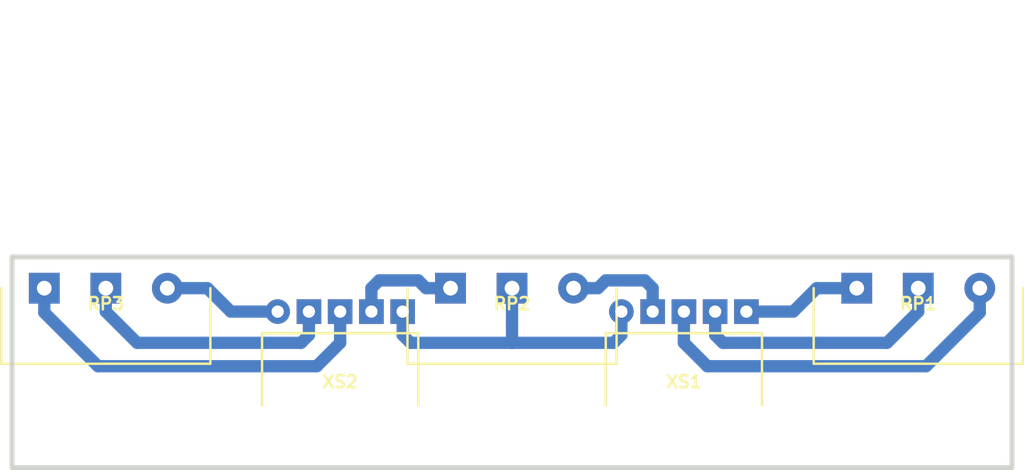
<source format=kicad_pcb>
(kicad_pcb (version 20171130) (host pcbnew 5.1.6-c6e7f7d~87~ubuntu19.10.1)

  (general
    (thickness 1.6)
    (drawings 4)
    (tracks 43)
    (zones 0)
    (modules 5)
    (nets 10)
  )

  (page A4 portrait)
  (title_block
    (title "1590BB Potentiometer Board 18 3x17")
    (date 2022-07-16)
    (rev 1A)
    (company "Igor Ivanov")
    (comment 1 https://github.com/Adept666)
    (comment 2 "This project is licensed under GNU General Public License v3.0 or later")
    (comment 3 "Диаметр потенциометров: 16 мм, 17 мм")
    (comment 4 "Расстояние от основной платы до корпуса: 18 мм")
  )

  (layers
    (0 F.Cu jumper)
    (31 B.Cu signal)
    (38 B.Mask user)
    (44 Edge.Cuts user)
    (45 Margin user)
    (46 B.CrtYd user)
    (47 F.CrtYd user)
    (49 F.Fab user)
  )

  (setup
    (last_trace_width 1)
    (user_trace_width 0.6)
    (trace_clearance 0)
    (zone_clearance 0.6)
    (zone_45_only no)
    (trace_min 0.2)
    (via_size 2)
    (via_drill 1)
    (via_min_size 0.4)
    (via_min_drill 0.3)
    (uvia_size 0.3)
    (uvia_drill 0.1)
    (uvias_allowed no)
    (uvia_min_size 0)
    (uvia_min_drill 0)
    (edge_width 0.4)
    (segment_width 0.2)
    (pcb_text_width 0.3)
    (pcb_text_size 1.5 1.5)
    (mod_edge_width 0.15)
    (mod_text_size 1 1)
    (mod_text_width 0.15)
    (pad_size 1.6 1.8)
    (pad_drill 0)
    (pad_to_mask_clearance 0.2)
    (solder_mask_min_width 0.1)
    (aux_axis_origin 0 0)
    (visible_elements 7FFFFFFF)
    (pcbplotparams
      (layerselection 0x20000_7ffffffe)
      (usegerberextensions false)
      (usegerberattributes false)
      (usegerberadvancedattributes false)
      (creategerberjobfile false)
      (excludeedgelayer false)
      (linewidth 0.100000)
      (plotframeref true)
      (viasonmask false)
      (mode 1)
      (useauxorigin false)
      (hpglpennumber 1)
      (hpglpenspeed 20)
      (hpglpendiameter 15.000000)
      (psnegative false)
      (psa4output false)
      (plotreference false)
      (plotvalue true)
      (plotinvisibletext false)
      (padsonsilk true)
      (subtractmaskfromsilk false)
      (outputformat 4)
      (mirror false)
      (drillshape 0)
      (scaleselection 1)
      (outputdirectory ""))
  )

  (net 0 "")
  (net 1 "Net-(RP1-Pad3)")
  (net 2 "Net-(RP1-Pad1)")
  (net 3 "Net-(RP1-Pad2)")
  (net 4 "Net-(RP2-Pad3)")
  (net 5 "Net-(RP2-Pad1)")
  (net 6 "Net-(RP2-Pad2)")
  (net 7 "Net-(RP3-Pad3)")
  (net 8 "Net-(RP3-Pad1)")
  (net 9 "Net-(RP3-Pad2)")

  (net_class Default "This is the default net class."
    (clearance 0)
    (trace_width 1)
    (via_dia 2)
    (via_drill 1)
    (uvia_dia 0.3)
    (uvia_drill 0.1)
    (add_net "Net-(RP1-Pad1)")
    (add_net "Net-(RP1-Pad2)")
    (add_net "Net-(RP1-Pad3)")
    (add_net "Net-(RP2-Pad1)")
    (add_net "Net-(RP2-Pad2)")
    (add_net "Net-(RP2-Pad3)")
    (add_net "Net-(RP3-Pad1)")
    (add_net "Net-(RP3-Pad2)")
    (add_net "Net-(RP3-Pad3)")
  )

  (module KCL-TH-SL:RP-PDB181-K-20-P (layer F.Cu) (tedit 60030E39) (tstamp 608AEE6A)
    (at 138.43 142.875 180)
    (path /60859B26)
    (fp_text reference RP1 (at 0 -1.27) (layer F.SilkS)
      (effects (font (size 1 1) (thickness 0.2)))
    )
    (fp_text value "RP1: 16/17" (at 0 -1.27) (layer F.Fab)
      (effects (font (size 1 1) (thickness 0.2)))
    )
    (fp_line (start -7.3 3.35) (end -7.3 5.35) (layer F.Fab) (width 0.2))
    (fp_line (start -8.5 3.35) (end -8.5 5.35) (layer F.Fab) (width 0.2))
    (fp_line (start -8.5 5.35) (end -7.366 5.35) (layer F.Fab) (width 0.2))
    (fp_line (start 8.5 -6.15) (end 8.5 23.35) (layer F.CrtYd) (width 0.1))
    (fp_line (start -8.5 -6.15) (end -8.5 23.35) (layer F.CrtYd) (width 0.1))
    (fp_line (start -8.5 23.35) (end 8.5 23.35) (layer F.CrtYd) (width 0.1))
    (fp_line (start -8.5 -6.15) (end 8.5 -6.15) (layer F.CrtYd) (width 0.1))
    (fp_line (start 8.5 -6.15) (end 8.5 0) (layer F.SilkS) (width 0.2))
    (fp_line (start -8.5 -6.15) (end -8.5 0) (layer F.SilkS) (width 0.2))
    (fp_line (start -8.5 -6.15) (end 8.5 -6.15) (layer F.SilkS) (width 0.2))
    (fp_line (start -3.5 9.85) (end 3.5 9.85) (layer F.Fab) (width 0.2))
    (fp_line (start 3 9.85) (end 3 23.35) (layer F.Fab) (width 0.2))
    (fp_line (start -3 9.85) (end -3 23.35) (layer F.Fab) (width 0.2))
    (fp_line (start 3.5 3.35) (end 3.5 9.85) (layer F.Fab) (width 0.2))
    (fp_line (start -3.5 3.35) (end -3.5 9.85) (layer F.Fab) (width 0.2))
    (fp_line (start 8.5 -6.15) (end 8.5 3.35) (layer F.Fab) (width 0.2))
    (fp_line (start -8.5 -6.15) (end -8.5 3.35) (layer F.Fab) (width 0.2))
    (fp_line (start -3 23.35) (end 3 23.35) (layer F.Fab) (width 0.2))
    (fp_line (start -8.5 3.35) (end 8.5 3.35) (layer F.Fab) (width 0.2))
    (fp_line (start -8.5 -6.15) (end 8.5 -6.15) (layer F.Fab) (width 0.2))
    (pad 3 thru_hole rect (at 5 0 180) (size 2.5 2.5) (drill 1.2) (layers B.Cu B.Mask)
      (net 1 "Net-(RP1-Pad3)"))
    (pad 1 thru_hole circle (at -5 0 180) (size 2.5 2.5) (drill 1.2) (layers B.Cu B.Mask)
      (net 2 "Net-(RP1-Pad1)"))
    (pad 2 thru_hole rect (at 0 0 180) (size 2.5 2.5) (drill 1.2) (layers B.Cu B.Mask)
      (net 3 "Net-(RP1-Pad2)"))
  )

  (module KCL-TH-SL:RP-PDB181-K-20-P (layer F.Cu) (tedit 60030E39) (tstamp 5FE6D9E5)
    (at 105.41 142.875 180)
    (path /5FE7A122)
    (fp_text reference RP2 (at 0 -1.27) (layer F.SilkS)
      (effects (font (size 1 1) (thickness 0.2)))
    )
    (fp_text value "RP2: 16/17" (at 0 -1.27) (layer F.Fab)
      (effects (font (size 1 1) (thickness 0.2)))
    )
    (fp_line (start -7.3 3.35) (end -7.3 5.35) (layer F.Fab) (width 0.2))
    (fp_line (start -8.5 3.35) (end -8.5 5.35) (layer F.Fab) (width 0.2))
    (fp_line (start -8.5 5.35) (end -7.366 5.35) (layer F.Fab) (width 0.2))
    (fp_line (start 8.5 -6.15) (end 8.5 23.35) (layer F.CrtYd) (width 0.1))
    (fp_line (start -8.5 -6.15) (end -8.5 23.35) (layer F.CrtYd) (width 0.1))
    (fp_line (start -8.5 23.35) (end 8.5 23.35) (layer F.CrtYd) (width 0.1))
    (fp_line (start -8.5 -6.15) (end 8.5 -6.15) (layer F.CrtYd) (width 0.1))
    (fp_line (start 8.5 -6.15) (end 8.5 0) (layer F.SilkS) (width 0.2))
    (fp_line (start -8.5 -6.15) (end -8.5 0) (layer F.SilkS) (width 0.2))
    (fp_line (start -8.5 -6.15) (end 8.5 -6.15) (layer F.SilkS) (width 0.2))
    (fp_line (start -3.5 9.85) (end 3.5 9.85) (layer F.Fab) (width 0.2))
    (fp_line (start 3 9.85) (end 3 23.35) (layer F.Fab) (width 0.2))
    (fp_line (start -3 9.85) (end -3 23.35) (layer F.Fab) (width 0.2))
    (fp_line (start 3.5 3.35) (end 3.5 9.85) (layer F.Fab) (width 0.2))
    (fp_line (start -3.5 3.35) (end -3.5 9.85) (layer F.Fab) (width 0.2))
    (fp_line (start 8.5 -6.15) (end 8.5 3.35) (layer F.Fab) (width 0.2))
    (fp_line (start -8.5 -6.15) (end -8.5 3.35) (layer F.Fab) (width 0.2))
    (fp_line (start -3 23.35) (end 3 23.35) (layer F.Fab) (width 0.2))
    (fp_line (start -8.5 3.35) (end 8.5 3.35) (layer F.Fab) (width 0.2))
    (fp_line (start -8.5 -6.15) (end 8.5 -6.15) (layer F.Fab) (width 0.2))
    (pad 3 thru_hole rect (at 5 0 180) (size 2.5 2.5) (drill 1.2) (layers B.Cu B.Mask)
      (net 4 "Net-(RP2-Pad3)"))
    (pad 1 thru_hole circle (at -5 0 180) (size 2.5 2.5) (drill 1.2) (layers B.Cu B.Mask)
      (net 5 "Net-(RP2-Pad1)"))
    (pad 2 thru_hole rect (at 0 0 180) (size 2.5 2.5) (drill 1.2) (layers B.Cu B.Mask)
      (net 6 "Net-(RP2-Pad2)"))
  )

  (module KCL-TH-SL:RP-PDB181-K-20-P (layer F.Cu) (tedit 60030E39) (tstamp 608AEDE7)
    (at 72.39 142.875 180)
    (path /60857FB0)
    (fp_text reference RP3 (at 0 -1.27) (layer F.SilkS)
      (effects (font (size 1 1) (thickness 0.2)))
    )
    (fp_text value "RP3: 16/17" (at 0 -1.27) (layer F.Fab)
      (effects (font (size 1 1) (thickness 0.2)))
    )
    (fp_line (start -7.3 3.35) (end -7.3 5.35) (layer F.Fab) (width 0.2))
    (fp_line (start -8.5 3.35) (end -8.5 5.35) (layer F.Fab) (width 0.2))
    (fp_line (start -8.5 5.35) (end -7.366 5.35) (layer F.Fab) (width 0.2))
    (fp_line (start 8.5 -6.15) (end 8.5 23.35) (layer F.CrtYd) (width 0.1))
    (fp_line (start -8.5 -6.15) (end -8.5 23.35) (layer F.CrtYd) (width 0.1))
    (fp_line (start -8.5 23.35) (end 8.5 23.35) (layer F.CrtYd) (width 0.1))
    (fp_line (start -8.5 -6.15) (end 8.5 -6.15) (layer F.CrtYd) (width 0.1))
    (fp_line (start 8.5 -6.15) (end 8.5 0) (layer F.SilkS) (width 0.2))
    (fp_line (start -8.5 -6.15) (end -8.5 0) (layer F.SilkS) (width 0.2))
    (fp_line (start -8.5 -6.15) (end 8.5 -6.15) (layer F.SilkS) (width 0.2))
    (fp_line (start -3.5 9.85) (end 3.5 9.85) (layer F.Fab) (width 0.2))
    (fp_line (start 3 9.85) (end 3 23.35) (layer F.Fab) (width 0.2))
    (fp_line (start -3 9.85) (end -3 23.35) (layer F.Fab) (width 0.2))
    (fp_line (start 3.5 3.35) (end 3.5 9.85) (layer F.Fab) (width 0.2))
    (fp_line (start -3.5 3.35) (end -3.5 9.85) (layer F.Fab) (width 0.2))
    (fp_line (start 8.5 -6.15) (end 8.5 3.35) (layer F.Fab) (width 0.2))
    (fp_line (start -8.5 -6.15) (end -8.5 3.35) (layer F.Fab) (width 0.2))
    (fp_line (start -3 23.35) (end 3 23.35) (layer F.Fab) (width 0.2))
    (fp_line (start -8.5 3.35) (end 8.5 3.35) (layer F.Fab) (width 0.2))
    (fp_line (start -8.5 -6.15) (end 8.5 -6.15) (layer F.Fab) (width 0.2))
    (pad 3 thru_hole rect (at 5 0 180) (size 2.5 2.5) (drill 1.2) (layers B.Cu B.Mask)
      (net 7 "Net-(RP3-Pad3)"))
    (pad 1 thru_hole circle (at -5 0 180) (size 2.5 2.5) (drill 1.2) (layers B.Cu B.Mask)
      (net 8 "Net-(RP3-Pad1)"))
    (pad 2 thru_hole rect (at 0 0 180) (size 2.5 2.5) (drill 1.2) (layers B.Cu B.Mask)
      (net 9 "Net-(RP3-Pad2)"))
  )

  (module KCL-TH-SL:CON-PBS-05R (layer F.Cu) (tedit 62D29120) (tstamp 6083D2A8)
    (at 119.38 144.78)
    (path /60031E05)
    (fp_text reference XS1 (at 0 5.715) (layer F.SilkS)
      (effects (font (size 1 1) (thickness 0.2)))
    )
    (fp_text value PBS-05R (at 0 5.715) (layer F.Fab)
      (effects (font (size 1 1) (thickness 0.2)))
    )
    (fp_line (start 6.35 1.76) (end 6.35 10.16) (layer F.Fab) (width 0.2))
    (fp_line (start -6.35 1.76) (end -6.35 10.16) (layer F.Fab) (width 0.2))
    (fp_line (start -6.35 10.16) (end 6.35 10.16) (layer F.Fab) (width 0.2))
    (fp_line (start -6.35 1.76) (end 6.35 1.76) (layer F.Fab) (width 0.2))
    (fp_line (start -6.35 1.76) (end 6.35 1.76) (layer F.SilkS) (width 0.2))
    (fp_line (start -6.35 1.76) (end -6.35 7.62) (layer F.SilkS) (width 0.2))
    (fp_line (start 6.35 1.76) (end 6.35 7.62) (layer F.SilkS) (width 0.2))
    (fp_line (start -6.35 -0.5) (end 6.35 -0.5) (layer F.CrtYd) (width 0.1))
    (fp_line (start -6.35 10.16) (end 6.35 10.16) (layer F.CrtYd) (width 0.1))
    (fp_line (start -6.35 -0.5) (end -6.35 10.16) (layer F.CrtYd) (width 0.1))
    (fp_line (start 6.35 -0.5) (end 6.35 10.16) (layer F.CrtYd) (width 0.1))
    (pad 5 thru_hole rect (at 5.08 0) (size 2 2) (drill 1) (layers B.Cu B.Mask)
      (net 1 "Net-(RP1-Pad3)"))
    (pad 4 thru_hole rect (at 2.54 0) (size 2 2) (drill 1) (layers B.Cu B.Mask)
      (net 3 "Net-(RP1-Pad2)"))
    (pad 1 thru_hole circle (at -5.08 0) (size 2 2) (drill 1) (layers B.Cu B.Mask)
      (net 6 "Net-(RP2-Pad2)"))
    (pad 2 thru_hole rect (at -2.54 0) (size 2 2) (drill 1) (layers B.Cu B.Mask)
      (net 5 "Net-(RP2-Pad1)"))
    (pad 3 thru_hole rect (at 0 0) (size 2 2) (drill 1) (layers B.Cu B.Mask)
      (net 2 "Net-(RP1-Pad1)"))
  )

  (module KCL-TH-SL:CON-PBS-05R (layer F.Cu) (tedit 62D29120) (tstamp 60031F53)
    (at 91.44 144.78)
    (path /600A2C72)
    (fp_text reference XS2 (at 0 5.715) (layer F.SilkS)
      (effects (font (size 1 1) (thickness 0.2)))
    )
    (fp_text value PBS-05R (at 0 5.715) (layer F.Fab)
      (effects (font (size 1 1) (thickness 0.2)))
    )
    (fp_line (start 6.35 1.76) (end 6.35 10.16) (layer F.Fab) (width 0.2))
    (fp_line (start -6.35 1.76) (end -6.35 10.16) (layer F.Fab) (width 0.2))
    (fp_line (start -6.35 10.16) (end 6.35 10.16) (layer F.Fab) (width 0.2))
    (fp_line (start -6.35 1.76) (end 6.35 1.76) (layer F.Fab) (width 0.2))
    (fp_line (start -6.35 1.76) (end 6.35 1.76) (layer F.SilkS) (width 0.2))
    (fp_line (start -6.35 1.76) (end -6.35 7.62) (layer F.SilkS) (width 0.2))
    (fp_line (start 6.35 1.76) (end 6.35 7.62) (layer F.SilkS) (width 0.2))
    (fp_line (start -6.35 -0.5) (end 6.35 -0.5) (layer F.CrtYd) (width 0.1))
    (fp_line (start -6.35 10.16) (end 6.35 10.16) (layer F.CrtYd) (width 0.1))
    (fp_line (start -6.35 -0.5) (end -6.35 10.16) (layer F.CrtYd) (width 0.1))
    (fp_line (start 6.35 -0.5) (end 6.35 10.16) (layer F.CrtYd) (width 0.1))
    (pad 5 thru_hole rect (at 5.08 0) (size 2 2) (drill 1) (layers B.Cu B.Mask)
      (net 6 "Net-(RP2-Pad2)"))
    (pad 4 thru_hole rect (at 2.54 0) (size 2 2) (drill 1) (layers B.Cu B.Mask)
      (net 4 "Net-(RP2-Pad3)"))
    (pad 1 thru_hole circle (at -5.08 0) (size 2 2) (drill 1) (layers B.Cu B.Mask)
      (net 8 "Net-(RP3-Pad1)"))
    (pad 2 thru_hole rect (at -2.54 0) (size 2 2) (drill 1) (layers B.Cu B.Mask)
      (net 9 "Net-(RP3-Pad2)"))
    (pad 3 thru_hole rect (at 0 0) (size 2 2) (drill 1) (layers B.Cu B.Mask)
      (net 7 "Net-(RP3-Pad3)"))
  )

  (gr_line (start 146.05 140.335) (end 146.05 157.48) (layer Edge.Cuts) (width 0.4) (tstamp 5FE6F872))
  (gr_line (start 64.77 140.335) (end 64.77 157.48) (layer Edge.Cuts) (width 0.4) (tstamp 5FE6F872))
  (gr_line (start 64.77 157.48) (end 146.05 157.48) (layer Edge.Cuts) (width 0.4) (tstamp 5FE6FAB1))
  (gr_line (start 64.77 140.335) (end 146.05 140.335) (layer Edge.Cuts) (width 0.4) (tstamp 5FE6F86E))

  (segment (start 133.43 142.875) (end 130.175 142.875) (width 1) (layer B.Cu) (net 1))
  (segment (start 130.175 142.875) (end 128.27 144.78) (width 1) (layer B.Cu) (net 1))
  (segment (start 128.27 144.78) (end 124.46 144.78) (width 1) (layer B.Cu) (net 1))
  (segment (start 143.43 142.875) (end 143.43 144.86) (width 1) (layer B.Cu) (net 2))
  (segment (start 143.43 144.86) (end 139.065 149.225) (width 1) (layer B.Cu) (net 2))
  (segment (start 119.38 147.32) (end 119.38 144.78) (width 1) (layer B.Cu) (net 2))
  (segment (start 139.065 149.225) (end 121.285 149.225) (width 1) (layer B.Cu) (net 2))
  (segment (start 121.285 149.225) (end 119.38 147.32) (width 1) (layer B.Cu) (net 2))
  (segment (start 138.43 142.875) (end 138.43 144.78) (width 1) (layer B.Cu) (net 3))
  (segment (start 138.43 144.78) (end 135.89 147.32) (width 1) (layer B.Cu) (net 3))
  (segment (start 121.92 146.685) (end 121.92 144.78) (width 1) (layer B.Cu) (net 3))
  (segment (start 135.89 147.32) (end 122.555 147.32) (width 1) (layer B.Cu) (net 3))
  (segment (start 122.555 147.32) (end 121.92 146.685) (width 1) (layer B.Cu) (net 3))
  (segment (start 93.98 142.875) (end 93.98 144.78) (width 1) (layer B.Cu) (net 4))
  (segment (start 97.79 142.24) (end 94.615 142.24) (width 1) (layer B.Cu) (net 4))
  (segment (start 100.41 142.875) (end 98.425 142.875) (width 1) (layer B.Cu) (net 4))
  (segment (start 94.615 142.24) (end 93.98 142.875) (width 1) (layer B.Cu) (net 4))
  (segment (start 98.425 142.875) (end 97.79 142.24) (width 1) (layer B.Cu) (net 4))
  (segment (start 110.41 142.875) (end 112.395 142.875) (width 1) (layer B.Cu) (net 5))
  (segment (start 112.395 142.875) (end 113.03 142.24) (width 1) (layer B.Cu) (net 5))
  (segment (start 113.03 142.24) (end 116.205 142.24) (width 1) (layer B.Cu) (net 5))
  (segment (start 116.205 142.24) (end 116.84 142.875) (width 1) (layer B.Cu) (net 5))
  (segment (start 116.84 142.875) (end 116.84 144.78) (width 1) (layer B.Cu) (net 5))
  (segment (start 96.52 144.78) (end 96.52 146.685) (width 1) (layer B.Cu) (net 6))
  (segment (start 96.52 146.685) (end 97.155 147.32) (width 1) (layer B.Cu) (net 6))
  (segment (start 114.3 144.78) (end 114.3 146.685) (width 1) (layer B.Cu) (net 6))
  (segment (start 114.3 146.685) (end 113.665 147.32) (width 1) (layer B.Cu) (net 6))
  (segment (start 105.41 142.875) (end 105.41 147.32) (width 1) (layer B.Cu) (net 6))
  (segment (start 97.155 147.32) (end 105.41 147.32) (width 1) (layer B.Cu) (net 6))
  (segment (start 113.665 147.32) (end 105.41 147.32) (width 1) (layer B.Cu) (net 6))
  (segment (start 67.39 142.875) (end 67.39 144.86) (width 1) (layer B.Cu) (net 7))
  (segment (start 67.39 144.86) (end 71.755 149.225) (width 1) (layer B.Cu) (net 7))
  (segment (start 91.44 147.32) (end 91.44 144.78) (width 1) (layer B.Cu) (net 7))
  (segment (start 71.755 149.225) (end 89.535 149.225) (width 1) (layer B.Cu) (net 7))
  (segment (start 89.535 149.225) (end 91.44 147.32) (width 1) (layer B.Cu) (net 7))
  (segment (start 77.39 142.875) (end 80.645 142.875) (width 1) (layer B.Cu) (net 8))
  (segment (start 80.645 142.875) (end 82.55 144.78) (width 1) (layer B.Cu) (net 8))
  (segment (start 82.55 144.78) (end 86.36 144.78) (width 1) (layer B.Cu) (net 8))
  (segment (start 72.39 144.78) (end 74.93 147.32) (width 1) (layer B.Cu) (net 9))
  (segment (start 72.39 142.875) (end 72.39 144.78) (width 1) (layer B.Cu) (net 9))
  (segment (start 88.9 146.685) (end 88.9 144.78) (width 1) (layer B.Cu) (net 9))
  (segment (start 74.93 147.32) (end 88.265 147.32) (width 1) (layer B.Cu) (net 9))
  (segment (start 88.265 147.32) (end 88.9 146.685) (width 1) (layer B.Cu) (net 9))

)

</source>
